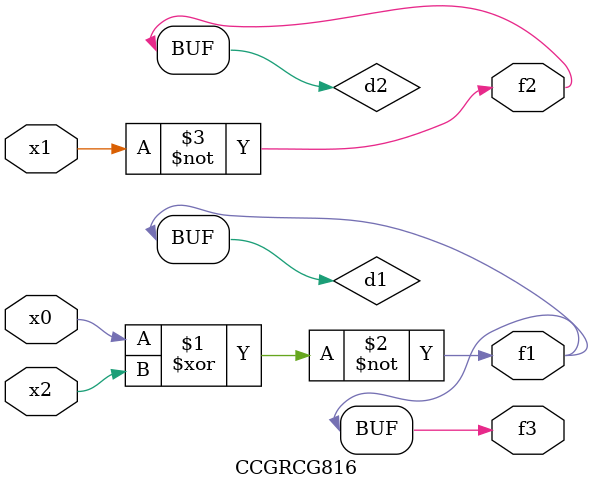
<source format=v>
module CCGRCG816(
	input x0, x1, x2,
	output f1, f2, f3
);

	wire d1, d2, d3;

	xnor (d1, x0, x2);
	nand (d2, x1);
	nor (d3, x1, x2);
	assign f1 = d1;
	assign f2 = d2;
	assign f3 = d1;
endmodule

</source>
